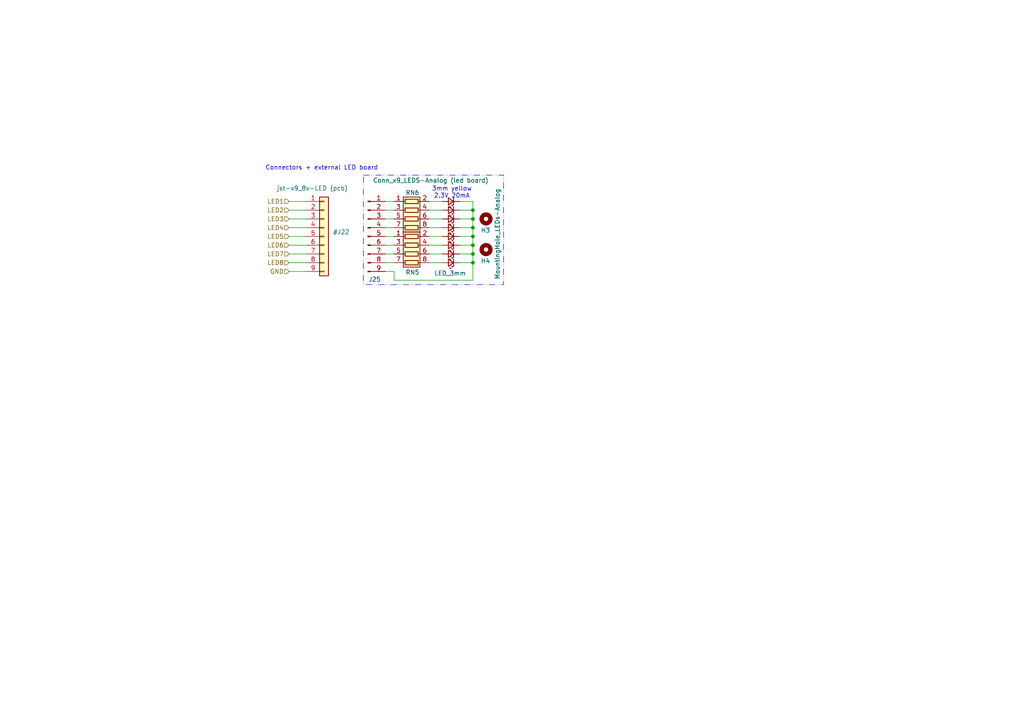
<source format=kicad_sch>
(kicad_sch (version 20231120) (generator "eeschema") (generator_version "8.0")
  (paper "A4")
  (lib_symbols
    (symbol "Connector:Conn_01x09_Pin" (pin_names (offset 1.016) hide)
      (property "Reference" "J" (at 0 12.7 0))
      (property "Value" "Conn_01x09_Pin" (at 0 -12.7 0))
      (symbol "Conn_01x09_Pin_1_1"
        (polyline (pts (xy 1.27 -10.16) (xy 0.8636 -10.16)) (stroke (width 0.1524)))
        (polyline (pts (xy 1.27 -7.62) (xy 0.8636 -7.62)) (stroke (width 0.1524)))
        (polyline (pts (xy 1.27 -5.08) (xy 0.8636 -5.08)) (stroke (width 0.1524)))
        (polyline (pts (xy 1.27 -2.54) (xy 0.8636 -2.54)) (stroke (width 0.1524)))
        (polyline (pts (xy 1.27 0) (xy 0.8636 0)) (stroke (width 0.1524)))
        (polyline (pts (xy 1.27 2.54) (xy 0.8636 2.54)) (stroke (width 0.1524)))
        (polyline (pts (xy 1.27 5.08) (xy 0.8636 5.08)) (stroke (width 0.1524)))
        (polyline (pts (xy 1.27 7.62) (xy 0.8636 7.62)) (stroke (width 0.1524)))
        (polyline (pts (xy 1.27 10.16) (xy 0.8636 10.16)) (stroke (width 0.1524)))
        (rectangle (start 0.8636 -10.033) (end 0 -10.287) (stroke (width 0.1524)) (fill (type outline)))
        (rectangle (start 0.8636 -7.493) (end 0 -7.747) (stroke (width 0.1524)) (fill (type outline)))
        (rectangle (start 0.8636 -4.953) (end 0 -5.207) (stroke (width 0.1524)) (fill (type outline)))
        (rectangle (start 0.8636 -2.413) (end 0 -2.667) (stroke (width 0.1524)) (fill (type outline)))
        (rectangle (start 0.8636 0.127) (end 0 -0.127) (stroke (width 0.1524)) (fill (type outline)))
        (rectangle (start 0.8636 2.667) (end 0 2.413) (stroke (width 0.1524)) (fill (type outline)))
        (rectangle (start 0.8636 5.207) (end 0 4.953) (stroke (width 0.1524)) (fill (type outline)))
        (rectangle (start 0.8636 7.747) (end 0 7.493) (stroke (width 0.1524)) (fill (type outline)))
        (rectangle (start 0.8636 10.287) (end 0 10.033) (stroke (width 0.1524)) (fill (type outline)))
        (pin passive line (at 5.08 10.16 180) (length 3.81) (name "Pin_1") (number "1"))
        (pin passive line (at 5.08 7.62 180) (length 3.81) (name "Pin_2") (number "2"))
        (pin passive line (at 5.08 5.08 180) (length 3.81) (name "Pin_3") (number "3"))
        (pin passive line (at 5.08 2.54 180) (length 3.81) (name "Pin_4") (number "4"))
        (pin passive line (at 5.08 0 180) (length 3.81) (name "Pin_5") (number "5"))
        (pin passive line (at 5.08 -2.54 180) (length 3.81) (name "Pin_6") (number "6"))
        (pin passive line (at 5.08 -5.08 180) (length 3.81) (name "Pin_7") (number "7"))
        (pin passive line (at 5.08 -7.62 180) (length 3.81) (name "Pin_8") (number "8"))
        (pin passive line (at 5.08 -10.16 180) (length 3.81) (name "Pin_9") (number "9"))
      )
    )
    (symbol "Connector_Generic:Conn_01x09" (pin_names (offset 1.016) hide)
      (property "Reference" "J" (at 0 12.7 0))
      (property "Value" "Conn_01x09" (at 0 -12.7 0))
      (symbol "Conn_01x09_1_1"
        (rectangle (start -1.27 -10.033) (end 0 -10.287) (stroke (width 0.1524)))
        (rectangle (start -1.27 -7.493) (end 0 -7.747) (stroke (width 0.1524)))
        (rectangle (start -1.27 -4.953) (end 0 -5.207) (stroke (width 0.1524)))
        (rectangle (start -1.27 -2.413) (end 0 -2.667) (stroke (width 0.1524)))
        (rectangle (start -1.27 0.127) (end 0 -0.127) (stroke (width 0.1524)))
        (rectangle (start -1.27 2.667) (end 0 2.413) (stroke (width 0.1524)))
        (rectangle (start -1.27 5.207) (end 0 4.953) (stroke (width 0.1524)))
        (rectangle (start -1.27 7.747) (end 0 7.493) (stroke (width 0.1524)))
        (rectangle (start -1.27 10.287) (end 0 10.033) (stroke (width 0.1524)))
        (rectangle (start -1.27 11.43) (end 1.27 -11.43) (stroke (width 0.254)) (fill (type background)))
        (pin passive line (at -5.08 10.16 0) (length 3.81) (name "Pin_1") (number "1"))
        (pin passive line (at -5.08 7.62 0) (length 3.81) (name "Pin_2") (number "2"))
        (pin passive line (at -5.08 5.08 0) (length 3.81) (name "Pin_3") (number "3"))
        (pin passive line (at -5.08 2.54 0) (length 3.81) (name "Pin_4") (number "4"))
        (pin passive line (at -5.08 0 0) (length 3.81) (name "Pin_5") (number "5"))
        (pin passive line (at -5.08 -2.54 0) (length 3.81) (name "Pin_6") (number "6"))
        (pin passive line (at -5.08 -5.08 0) (length 3.81) (name "Pin_7") (number "7"))
        (pin passive line (at -5.08 -7.62 0) (length 3.81) (name "Pin_8") (number "8"))
        (pin passive line (at -5.08 -10.16 0) (length 3.81) (name "Pin_9") (number "9"))
      )
    )
    (symbol "Device:LED_Small" (pin_numbers hide) (pin_names (offset 0.254) hide)
      (property "Reference" "D" (at -1.27 3.175 0))
      (property "Value" "LED_Small" (at -4.445 -2.54 0))
      (symbol "LED_Small_0_1"
        (polyline (pts (xy -0.762 -1.016) (xy -0.762 1.016)) (stroke (width 0.254)))
        (polyline (pts (xy 1.016 0) (xy -0.762 0)))
        (polyline (pts (xy 0.762 -1.016) (xy -0.762 0) (xy 0.762 1.016) (xy 0.762 -1.016)) (stroke (width 0.254)))
        (polyline (pts (xy 0 0.762) (xy -0.508 1.27) (xy -0.254 1.27) (xy -0.508 1.27) (xy -0.508 1.016)))
        (polyline (pts (xy 0.508 1.27) (xy 0 1.778) (xy 0.254 1.778) (xy 0 1.778) (xy 0 1.524)))
      )
      (symbol "LED_Small_1_1"
        (pin passive line (at -2.54 0 0) (length 1.778) (name "K") (number "1"))
        (pin passive line (at 2.54 0 180) (length 1.778) (name "A") (number "2"))
      )
    )
    (symbol "Mechanical:MountingHole" (pin_names (offset 1.016)) (exclude_from_sim yes) (in_bom no)
      (property "Reference" "H" (at 0 5.08 0))
      (property "Value" "MountingHole" (at 0 3.175 0))
      (symbol "MountingHole_0_1"
        (circle (center 0 0) (radius 1.27) (stroke (width 1.27)))
      )
    )
    (symbol "custom-symbols:R_Pack04-Parallel-SIL" (pin_names (offset 0) hide)
      (property "Reference" "RN" (at -7.62 0 90))
      (property "Value" "R_Pack04-Parallel-SIL" (at 5.08 0 90))
      (symbol "R_Pack04-Parallel-SIL_0_1"
        (rectangle (start -6.35 -2.413) (end 3.81 2.413) (stroke (width 0.254)) (fill (type background)))
        (rectangle (start -5.715 1.905) (end -4.445 -1.905) (stroke (width 0.254)))
        (rectangle (start -3.175 1.905) (end -1.905 -1.905) (stroke (width 0.254)))
        (rectangle (start -0.635 1.905) (end 0.635 -1.905) (stroke (width 0.254)))
        (polyline (pts (xy -5.08 -2.54) (xy -5.08 -1.905)))
        (polyline (pts (xy -5.08 1.905) (xy -5.08 2.54)))
        (polyline (pts (xy -2.54 -2.54) (xy -2.54 -1.905)))
        (polyline (pts (xy -2.54 1.905) (xy -2.54 2.54)))
        (polyline (pts (xy 0 -2.54) (xy 0 -1.905)))
        (polyline (pts (xy 0 1.905) (xy 0 2.54)))
        (polyline (pts (xy 2.54 -2.54) (xy 2.54 -1.905)))
        (polyline (pts (xy 2.54 1.905) (xy 2.54 2.54)))
        (rectangle (start 1.905 1.905) (end 3.175 -1.905) (stroke (width 0.254)))
      )
      (symbol "R_Pack04-Parallel-SIL_1_1"
        (pin passive line (at -5.08 -5.08 90) (length 2.54) (name "R1.1") (number "1"))
        (pin passive line (at -5.08 5.08 270) (length 2.54) (name "R1.2") (number "2"))
        (pin passive line (at -2.54 -5.08 90) (length 2.54) (name "R2.1") (number "3"))
        (pin passive line (at -2.54 5.08 270) (length 2.54) (name "R2.2") (number "4"))
        (pin passive line (at 0 -5.08 90) (length 2.54) (name "R3.1") (number "5"))
        (pin passive line (at 0 5.08 270) (length 2.54) (name "R3.2") (number "6"))
        (pin passive line (at 2.54 -5.08 90) (length 2.54) (name "R4.1") (number "7"))
        (pin passive line (at 2.54 5.08 270) (length 2.54) (name "R4.2") (number "8"))
      )
    )
  )
  (junction (at 137.16 71.12))
  (junction (at 137.16 60.96))
  (junction (at 137.16 73.66))
  (junction (at 137.16 68.58))
  (junction (at 137.16 63.5))
  (junction (at 137.16 76.2))
  (junction (at 137.16 66.04))
  (wire (pts (xy 124.46 63.5) (xy 128.27 63.5)))
  (wire (pts (xy 124.46 73.66) (xy 128.27 73.66)))
  (wire (pts (xy 111.76 76.2) (xy 114.3 76.2)))
  (wire (pts (xy 114.3 78.74) (xy 111.76 78.74)))
  (wire (pts (xy 124.46 71.12) (xy 128.27 71.12)))
  (wire (pts (xy 83.82 66.04) (xy 88.9 66.04)))
  (wire (pts (xy 124.46 60.96) (xy 128.27 60.96)))
  (wire (pts (xy 111.76 71.12) (xy 114.3 71.12)))
  (wire (pts (xy 137.16 73.66) (xy 137.16 71.12)))
  (wire (pts (xy 137.16 68.58) (xy 137.16 66.04)))
  (wire (pts (xy 124.46 68.58) (xy 128.27 68.58)))
  (wire (pts (xy 137.16 60.96) (xy 137.16 58.42)))
  (wire (pts (xy 137.16 66.04) (xy 137.16 63.5)))
  (wire (pts (xy 133.35 66.04) (xy 137.16 66.04)))
  (wire (pts (xy 133.35 71.12) (xy 137.16 71.12)))
  (wire (pts (xy 83.82 63.5) (xy 88.9 63.5)))
  (wire (pts (xy 137.16 76.2) (xy 137.16 73.66)))
  (wire (pts (xy 133.35 60.96) (xy 137.16 60.96)))
  (wire (pts (xy 111.76 58.42) (xy 114.3 58.42)))
  (wire (pts (xy 83.82 73.66) (xy 88.9 73.66)))
  (wire (pts (xy 111.76 73.66) (xy 114.3 73.66)))
  (wire (pts (xy 124.46 76.2) (xy 128.27 76.2)))
  (wire (pts (xy 111.76 60.96) (xy 114.3 60.96)))
  (wire (pts (xy 137.16 71.12) (xy 137.16 68.58)))
  (wire (pts (xy 111.76 66.04) (xy 114.3 66.04)))
  (wire (pts (xy 83.82 76.2) (xy 88.9 76.2)))
  (wire (pts (xy 83.82 68.58) (xy 88.9 68.58)))
  (wire (pts (xy 137.16 58.42) (xy 133.35 58.42)))
  (wire (pts (xy 124.46 58.42) (xy 128.27 58.42)))
  (wire (pts (xy 83.82 78.74) (xy 88.9 78.74)))
  (wire (pts (xy 133.35 76.2) (xy 137.16 76.2)))
  (wire (pts (xy 83.82 60.96) (xy 88.9 60.96)))
  (wire (pts (xy 133.35 63.5) (xy 137.16 63.5)))
  (wire (pts (xy 137.16 76.2) (xy 137.16 81.28)))
  (wire (pts (xy 133.35 68.58) (xy 137.16 68.58)))
  (wire (pts (xy 83.82 58.42) (xy 88.9 58.42)))
  (wire (pts (xy 111.76 68.58) (xy 114.3 68.58)))
  (wire (pts (xy 133.35 73.66) (xy 137.16 73.66)))
  (wire (pts (xy 83.82 71.12) (xy 88.9 71.12)))
  (wire (pts (xy 137.16 63.5) (xy 137.16 60.96)))
  (wire (pts (xy 111.76 63.5) (xy 114.3 63.5)))
  (wire (pts (xy 137.16 81.28) (xy 114.3 81.28)))
  (wire (pts (xy 114.3 81.28) (xy 114.3 78.74)))
  (wire (pts (xy 124.46 66.04) (xy 128.27 66.04)))
  (rectangle (start 105.41 50.8) (end 146.05 82.55) (stroke (width 0) (type dash_dot_dot)))
  (text "3mm yellow\n2.3V 20mA" (at 131.064 55.88 0) (effects (font (size 1.27 1.27))))
  (text "Connectors + external LED board" (at 76.962 48.768 0) (effects (font (size 1.27 1.27)) (justify left)))
  (hierarchical_label "LED8" (shape input) (at 83.82 76.2 180))
  (hierarchical_label "LED4" (shape input) (at 83.82 66.04 180))
  (hierarchical_label "GND" (shape input) (at 83.82 78.74 180))
  (hierarchical_label "LED5" (shape input) (at 83.82 68.58 180))
  (hierarchical_label "LED6" (shape input) (at 83.82 71.12 180))
  (hierarchical_label "LED2" (shape input) (at 83.82 60.96 180))
  (hierarchical_label "LED7" (shape input) (at 83.82 73.66 180))
  (hierarchical_label "LED3" (shape input) (at 83.82 63.5 180))
  (hierarchical_label "LED1" (shape input) (at 83.82 58.42 180))
  (symbol (lib_id "Device:LED_Small") (at 130.81 60.96 180) (unit 1)
    (property "Reference" "D8" (effects (hide yes)))
    (property "Value" "LED_3mm" (effects (hide yes)))
    (property "Footprint" "LED_THT:LED_D3.0mm_IRGrey" (effects (hide yes)))
    (property "Datasheet" "https://www.conrad.de/de/p/tru-components-1577458-led-bedrahtet-gelb-rund-3-mm-275-mcd-60-20-ma-1577458.html" (effects (hide yes)))
    (property "Description" "Light emitting diode, small symbol" (effects (hide yes)))
  )
  (symbol (lib_id "custom-symbols:R_Pack04-Parallel-SIL") (at 119.38 73.66 270) (unit 1)
    (property "Reference" "RN6" (at 119.634 55.88 90))
    (property "Value" "R_Pack04_27R" (effects (hide yes)))
    (property "Footprint" "Resistor_THT:R_Array_SIP8" (effects (hide yes)))
    (property "Datasheet" "https://www.reichelt.com/be/en/shop/product/resistor_network_4res_8pin_27_ohm-168596" (effects (hide yes)))
    (property "Description" "4 resistor network, parallel topology" (effects (hide yes)))
  )
  (symbol (lib_id "Mechanical:MountingHole") (at 140.97 72.39 0) (unit 1) (exclude_from_sim yes) (in_bom no)
    (property "Reference" "H4" (at 139.446 75.692 0) (effects (justify left)))
    (property "Value" "MountingHole_LEDs-Analog" (effects (hide yes)))
    (property "Footprint" "MountingHole:MountingHole_2mm" (effects (hide yes)))
    (property "Description" "Mounting Hole without connection" (effects (hide yes)))
  )
  (symbol (lib_id "Device:LED_Small") (at 130.81 63.5 180) (unit 1)
    (property "Reference" "D10" (effects (hide yes)))
    (property "Value" "LED_3mm" (effects (hide yes)))
    (property "Footprint" "LED_THT:LED_D3.0mm_IRGrey" (effects (hide yes)))
    (property "Datasheet" "https://www.conrad.de/de/p/tru-components-1577458-led-bedrahtet-gelb-rund-3-mm-275-mcd-60-20-ma-1577458.html" (effects (hide yes)))
    (property "Description" "Light emitting diode, small symbol" (effects (hide yes)))
  )
  (symbol (lib_id "Device:LED_Small") (at 130.81 68.58 180) (unit 1)
    (property "Reference" "D17" (effects (hide yes)))
    (property "Value" "LED_3mm" (effects (hide yes)))
    (property "Footprint" "LED_THT:LED_D3.0mm_IRGrey" (effects (hide yes)))
    (property "Datasheet" "https://www.conrad.de/de/p/tru-components-1577458-led-bedrahtet-gelb-rund-3-mm-275-mcd-60-20-ma-1577458.html" (effects (hide yes)))
    (property "Description" "Light emitting diode, small symbol" (effects (hide yes)))
  )
  (symbol (lib_id "Mechanical:MountingHole") (at 140.97 63.5 0) (unit 1) (exclude_from_sim yes) (in_bom no)
    (property "Reference" "H3" (at 139.446 66.802 0) (effects (justify left)))
    (property "Value" "MountingHole_LEDs-Analog" (at 144.272 81.026 90) (effects (justify left)))
    (property "Footprint" "MountingHole:MountingHole_2mm" (effects (hide yes)))
    (property "Description" "Mounting Hole without connection" (effects (hide yes)))
  )
  (symbol (lib_id "Connector:Conn_01x09_Pin") (at 106.68 68.58 0) (unit 1)
    (property "Reference" "J25" (at 110.49 81.026 0) (effects (justify right)))
    (property "Value" "Conn_x9_LEDS-Analog (led board)" (at 141.732 52.324 0) (effects (justify right)))
    (property "Footprint" "Connector_PinHeader_2.54mm:PinHeader_1x09_P2.54mm_Vertical" (effects (hide yes)))
    (property "Description" "Generic connector, single row, 01x09, script generated" (effects (hide yes)))
  )
  (symbol (lib_id "Device:LED_Small") (at 130.81 76.2 180) (unit 1)
    (property "Reference" "D27" (effects (hide yes)))
    (property "Value" "LED_3mm" (at 130.556 79.248 0))
    (property "Footprint" "LED_THT:LED_D3.0mm_IRGrey" (effects (hide yes)))
    (property "Datasheet" "https://www.conrad.de/de/p/tru-components-1577379-led-bedrahtet-rot-rund-3-mm-125-mcd-60-20-ma-1577379.html" (effects (hide yes)))
    (property "Description" "Light emitting diode, small symbol" (effects (hide yes)))
  )
  (symbol (lib_id "Connector_Generic:Conn_01x09") (at 93.98 68.58 0) (unit 1)
    (property "Reference" "#J22" (at 96.52 67.3099 0) (effects (justify left)))
    (property "Value" "jst-x9_8x-LED (pcb)" (at 80.264 54.61 0) (effects (justify left)))
    (property "Footprint" "Connector_JST:JST_XH_B9B-XH-A_1x09_P2.50mm_Vertical" (effects (hide yes)))
    (property "Datasheet" "https://www.ebay.de/itm/183466543983" (effects (hide yes)))
    (property "Description" "Generic connector, single row, 01x09, script generated (kicad-library-utils/schlib/autogen/connector/)" (effects (hide yes)))
  )
  (symbol (lib_id "Device:LED_Small") (at 130.81 66.04 180) (unit 1)
    (property "Reference" "D15" (effects (hide yes)))
    (property "Value" "LED_3mm" (effects (hide yes)))
    (property "Footprint" "LED_THT:LED_D3.0mm_IRGrey" (effects (hide yes)))
    (property "Datasheet" "https://www.conrad.de/de/p/tru-components-1577458-led-bedrahtet-gelb-rund-3-mm-275-mcd-60-20-ma-1577458.html" (effects (hide yes)))
    (property "Description" "Light emitting diode, small symbol" (effects (hide yes)))
  )
  (symbol (lib_id "Device:LED_Small") (at 130.81 73.66 180) (unit 1)
    (property "Reference" "D26" (effects (hide yes)))
    (property "Value" "LED_3mm" (effects (hide yes)))
    (property "Footprint" "LED_THT:LED_D3.0mm_IRGrey" (effects (hide yes)))
    (property "Datasheet" "https://www.conrad.de/de/p/tru-components-1577458-led-bedrahtet-gelb-rund-3-mm-275-mcd-60-20-ma-1577458.html" (effects (hide yes)))
    (property "Description" "Light emitting diode, small symbol" (effects (hide yes)))
  )
  (symbol (lib_id "Device:LED_Small") (at 130.81 58.42 180) (unit 1)
    (property "Reference" "D7" (effects (hide yes)))
    (property "Value" "LED_3mm" (effects (hide yes)))
    (property "Footprint" "LED_THT:LED_D3.0mm_IRGrey" (effects (hide yes)))
    (property "Datasheet" "https://www.conrad.de/de/p/tru-components-1577458-led-bedrahtet-gelb-rund-3-mm-275-mcd-60-20-ma-1577458.html" (effects (hide yes)))
    (property "Description" "Light emitting diode, small symbol" (effects (hide yes)))
  )
  (symbol (lib_id "custom-symbols:R_Pack04-Parallel-SIL") (at 119.38 63.5 270) (unit 1)
    (property "Reference" "RN5" (at 119.634 78.994 90))
    (property "Value" "R_Pack04_27R" (effects (hide yes)))
    (property "Footprint" "Resistor_THT:R_Array_SIP8" (effects (hide yes)))
    (property "Datasheet" "https://www.reichelt.com/be/en/shop/product/resistor_network_4res_8pin_27_ohm-168596" (effects (hide yes)))
    (property "Description" "4 resistor network, parallel topology" (effects (hide yes)))
  )
  (symbol (lib_id "Device:LED_Small") (at 130.81 71.12 180) (unit 1)
    (property "Reference" "D23" (effects (hide yes)))
    (property "Value" "LED_3mm" (effects (hide yes)))
    (property "Footprint" "LED_THT:LED_D3.0mm_IRGrey" (effects (hide yes)))
    (property "Datasheet" "https://www.conrad.de/de/p/tru-components-1577458-led-bedrahtet-gelb-rund-3-mm-275-mcd-60-20-ma-1577458.html" (effects (hide yes)))
    (property "Description" "Light emitting diode, small symbol" (effects (hide yes)))
  )
)
</source>
